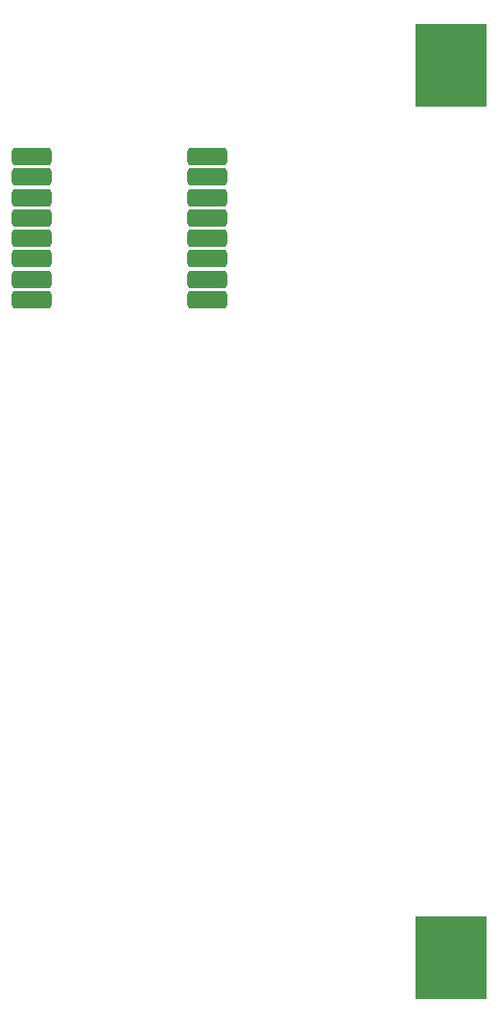
<source format=gbr>
%TF.GenerationSoftware,KiCad,Pcbnew,9.0.0*%
%TF.CreationDate,2025-06-04T20:24:48+02:00*%
%TF.ProjectId,capibarazeroPCB,63617069-6261-4726-917a-65726f504342,rev?*%
%TF.SameCoordinates,Original*%
%TF.FileFunction,Paste,Bot*%
%TF.FilePolarity,Positive*%
%FSLAX46Y46*%
G04 Gerber Fmt 4.6, Leading zero omitted, Abs format (unit mm)*
G04 Created by KiCad (PCBNEW 9.0.0) date 2025-06-04 20:24:48*
%MOMM*%
%LPD*%
G01*
G04 APERTURE LIST*
G04 Aperture macros list*
%AMRoundRect*
0 Rectangle with rounded corners*
0 $1 Rounding radius*
0 $2 $3 $4 $5 $6 $7 $8 $9 X,Y pos of 4 corners*
0 Add a 4 corners polygon primitive as box body*
4,1,4,$2,$3,$4,$5,$6,$7,$8,$9,$2,$3,0*
0 Add four circle primitives for the rounded corners*
1,1,$1+$1,$2,$3*
1,1,$1+$1,$4,$5*
1,1,$1+$1,$6,$7*
1,1,$1+$1,$8,$9*
0 Add four rect primitives between the rounded corners*
20,1,$1+$1,$2,$3,$4,$5,0*
20,1,$1+$1,$4,$5,$6,$7,0*
20,1,$1+$1,$6,$7,$8,$9,0*
20,1,$1+$1,$8,$9,$2,$3,0*%
G04 Aperture macros list end*
%ADD10R,6.350000X7.340000*%
%ADD11RoundRect,0.250000X-1.500000X-0.500000X1.500000X-0.500000X1.500000X0.500000X-1.500000X0.500000X0*%
G04 APERTURE END LIST*
D10*
%TO.C,BT1*%
X177000000Y-146430000D03*
X177000000Y-67770000D03*
%TD*%
D11*
%TO.C,U1*%
X139992000Y-88406000D03*
X139992000Y-86606000D03*
X139992000Y-84806000D03*
X139992000Y-83006000D03*
X139992000Y-81206000D03*
X139992000Y-79406000D03*
X139992000Y-77606000D03*
X139992000Y-75806000D03*
X155492000Y-75806000D03*
X155492000Y-77606000D03*
X155492000Y-79406000D03*
X155492000Y-81206000D03*
X155492000Y-83006000D03*
X155492000Y-84806000D03*
X155492000Y-86606000D03*
X155492000Y-88406000D03*
%TD*%
M02*

</source>
